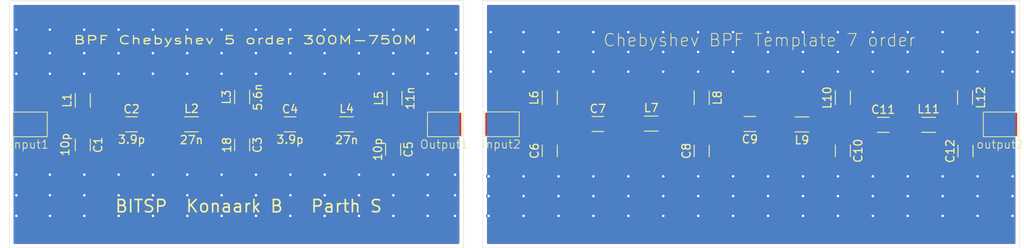
<source format=kicad_pcb>
(kicad_pcb (version 20240108) (generator "pcbnew") (generator_version "8.0")
  (layers (0 "F.Cu" signal) (31 "B.Cu" signal) (34 "B.Paste" user) (35 "F.Paste" user) (36 "B.SilkS" user "B.Silkscreen") (37 "F.SilkS" user "F.Silkscreen") (38 "B.Mask" user) (39 "F.Mask" user) (44 "Edge.Cuts" user))
  (net 0 "")
  (net 1 "Net-(C1-Pad1)")
  (net 2 "GND")
  (net 3 "Net-(C2-Pad2)")
  (net 4 "Net-(C3-Pad1)")
  (net 5 "Net-(C4-Pad2)")
  (net 6 "Net-(C5-Pad1)")
  (net 7 "Net-(C6-Pad2)")
  (net 8 "Net-(C7-Pad2)")
  (net 9 "Net-(C8-Pad2)")
  (net 10 "Net-(C9-Pad1)")
  (net 11 "Net-(C10-Pad1)")
  (net 12 "Net-(C11-Pad2)")
  (net 13 "Net-(C12-Pad2)")
  (footprint "Capacitor_SMD:C_1206_3216Metric_Pad1.33x1.80mm_HandSolder" (layer "F.Cu") (at 69.088 77.9395 -90)
    (property "Reference" "C1" (at 0 -1.85 -90) (layer "F.SilkS"))
    (property "Value" "10p" (at -0.0395 2.138 -90) (layer "F.SilkS"))
    (fp_line (start -0.711252 0.91) (end 0.711252 0.91) (stroke (width 0.12)) (layer "F.SilkS"))
    (fp_line (start -0.711252 -0.91) (end 0.711252 -0.91) (stroke (width 0.12)) (layer "F.SilkS"))
    (pad "1" smd roundrect (at -1.5625 0 270) (size 1.325 1.8) (layers "F.Cu" "F.Paste" "F.Mask") (roundrect_rratio 0.188679) (net 1 "Net-(C1-Pad1)"))
    (pad "2" smd roundrect (at 1.5625 0 270) (size 1.325 1.8) (layers "F.Cu" "F.Paste" "F.Mask") (roundrect_rratio 0.188679) (net 2 "GND"))
  )
  (footprint "Capacitor_SMD:C_1206_3216Metric_Pad1.33x1.80mm_HandSolder" (layer "F.Cu") (at 176 78.6875 90)
    (property "Reference" "C12" (at 0 -1.85 -90) (layer "F.SilkS"))
    (property "Value" "C")
    (fp_line (start -0.711252 -0.91) (end 0.711252 -0.91) (stroke (width 0.12)) (layer "F.SilkS"))
    (fp_line (start -0.711252 0.91) (end 0.711252 0.91) (stroke (width 0.12)) (layer "F.SilkS"))
    (pad "1" smd roundrect (at -1.5625 0 90) (size 1.325 1.8) (layers "F.Cu" "F.Paste" "F.Mask") (roundrect_rratio 0.188679) (net 2 "GND"))
    (pad "2" smd roundrect (at 1.5625 0 90) (size 1.325 1.8) (layers "F.Cu" "F.Paste" "F.Mask") (roundrect_rratio 0.188679) (net 13 "Net-(C12-Pad2)"))
  )
  (footprint "Library:flatpadsma" (layer "F.Cu") (at 180.19 78.38)
    (property "Reference" "output2" (at 0 -0.5 0) (layer "F.SilkS") (effects (font (thickness 0.1))))
    (property "Value" "TestPoint" (hide yes))
    (fp_rect (start -2.032 -4.43) (end 2.168 -1.43) (stroke (width 0.1)) (fill none) (layer "F.SilkS"))
    (pad "1" smd rect (at 0.06 -2.93) (size 4 2.8) (layers "F.Cu" "F.Paste" "F.Mask") (net 13 "Net-(C12-Pad2)"))
  )
  (footprint "Library:flatpadsma" (layer "F.Cu") (at 119.782 78.365)
    (property "Reference" "Input2" (at 0 -0.5 0) (layer "F.SilkS") (effects (font (thickness 0.1))))
    (property "Value" "TestPoint" (hide yes))
    (fp_rect (start -2.032 -4.43) (end 2.168 -1.43) (stroke (width 0.1)) (fill none) (layer "F.SilkS"))
    (pad "1" smd rect (at 0.06 -2.93) (size 4 2.8) (layers "F.Cu" "F.Paste" "F.Mask") (net 7 "Net-(C6-Pad2)"))
  )
  (footprint "Inductor_SMD:L_1206_3216Metric_Pad1.22x1.90mm_HandSolder" (layer "F.Cu") (at 161.15 72.2 90)
    (property "Reference" "L10" (at 0 -1.9 -90) (layer "F.SilkS"))
    (property "Value" "L")
    (fp_line (start -0.835242 -0.91) (end 0.835242 -0.91) (stroke (width 0.12)) (layer "F.SilkS"))
    (fp_line (start -0.835242 0.91) (end 0.835242 0.91) (stroke (width 0.12)) (layer "F.SilkS"))
    (pad "1" smd roundrect (at -1.6625 0 90) (size 1.225 1.9) (layers "F.Cu" "F.Paste" "F.Mask") (roundrect_rratio 0.204082) (net 11 "Net-(C10-Pad1)"))
    (pad "2" smd roundrect (at 1.6625 0 90) (size 1.225 1.9) (layers "F.Cu" "F.Paste" "F.Mask") (roundrect_rratio 0.204082) (net 2 "GND"))
  )
  (footprint "Inductor_SMD:L_1206_3216Metric_Pad1.22x1.90mm_HandSolder" (layer "F.Cu") (at 106.841 72.2745 90)
    (property "Reference" "L5" (at 0 -1.9 90) (layer "F.SilkS"))
    (property "Value" "11n" (at 0 1.9 90) (layer "F.SilkS"))
    (fp_line (start -0.835242 -0.91) (end 0.835242 -0.91) (stroke (width 0.12)) (layer "F.SilkS"))
    (fp_line (start -0.835242 0.91) (end 0.835242 0.91) (stroke (width 0.12)) (layer "F.SilkS"))
    (pad "1" smd roundrect (at -1.6625 0 90) (size 1.225 1.9) (layers "F.Cu" "F.Paste" "F.Mask") (roundrect_rratio 0.204082) (net 6 "Net-(C5-Pad1)"))
    (pad "2" smd roundrect (at 1.6625 0 90) (size 1.225 1.9) (layers "F.Cu" "F.Paste" "F.Mask") (roundrect_rratio 0.204082) (net 2 "GND"))
  )
  (footprint "Inductor_SMD:L_1206_3216Metric_Pad1.22x1.90mm_HandSolder" (layer "F.Cu") (at 137.9375 75.35)
    (property "Reference" "L7" (at 0 -1.9 0) (layer "F.SilkS"))
    (property "Value" "L")
    (fp_line (start -0.835242 -0.91) (end 0.835242 -0.91) (stroke (width 0.12)) (layer "F.SilkS"))
    (fp_line (start -0.835242 0.91) (end 0.835242 0.91) (stroke (width 0.12)) (layer "F.SilkS"))
    (pad "1" smd roundrect (at -1.6625 0) (size 1.225 1.9) (layers "F.Cu" "F.Paste" "F.Mask") (roundrect_rratio 0.204082) (net 8 "Net-(C7-Pad2)"))
    (pad "2" smd roundrect (at 1.6625 0) (size 1.225 1.9) (layers "F.Cu" "F.Paste" "F.Mask") (roundrect_rratio 0.204082) (net 9 "Net-(C8-Pad2)"))
  )
  (footprint "Capacitor_SMD:C_1206_3216Metric_Pad1.33x1.80mm_HandSolder" (layer "F.Cu") (at 166.0375 75.5)
    (property "Reference" "C11" (at 0 -1.85 0) (layer "F.SilkS"))
    (property "Value" "C")
    (fp_line (start -0.711252 -0.91) (end 0.711252 -0.91) (stroke (width 0.12)) (layer "F.SilkS"))
    (fp_line (start -0.711252 0.91) (end 0.711252 0.91) (stroke (width 0.12)) (layer "F.SilkS"))
    (pad "1" smd roundrect (at -1.5625 0) (size 1.325 1.8) (layers "F.Cu" "F.Paste" "F.Mask") (roundrect_rratio 0.188679) (net 11 "Net-(C10-Pad1)"))
    (pad "2" smd roundrect (at 1.5625 0) (size 1.325 1.8) (layers "F.Cu" "F.Paste" "F.Mask") (roundrect_rratio 0.188679) (net 12 "Net-(C11-Pad2)"))
  )
  (footprint "Capacitor_SMD:C_1206_3216Metric_Pad1.33x1.80mm_HandSolder" (layer "F.Cu") (at 74.996 75.438)
    (property "Reference" "C2" (at 0 -1.85 0) (layer "F.SilkS"))
    (property "Value" "3.9p" (at 0 1.85 0) (layer "F.SilkS"))
    (fp_line (start -0.711252 -0.91) (end 0.711252 -0.91) (stroke (width 0.12)) (layer "F.SilkS"))
    (fp_line (start -0.711252 0.91) (end 0.711252 0.91) (stroke (width 0.12)) (layer "F.SilkS"))
    (pad "1" smd roundrect (at -1.5625 0) (size 1.325 1.8) (layers "F.Cu" "F.Paste" "F.Mask") (roundrect_rratio 0.188679) (net 1 "Net-(C1-Pad1)"))
    (pad "2" smd roundrect (at 1.5625 0) (size 1.325 1.8) (layers "F.Cu" "F.Paste" "F.Mask") (roundrect_rratio 0.188679) (net 3 "Net-(C2-Pad2)"))
  )
  (footprint "Library:flatpadsma" (layer "F.Cu") (at 62.615 78.38)
    (property "Reference" "Input1" (at 0 -0.5 0) (layer "F.SilkS") (effects (font (thickness 0.1))))
    (property "Value" "TestPoint")
    (fp_rect (start -2.032 -4.43) (end 2.168 -1.43) (stroke (width 0.1)) (fill none) (layer "F.SilkS"))
    (pad "1" smd rect (at 0.06 -2.93) (size 4 2.8) (layers "F.Cu" "F.Paste" "F.Mask") (net 1 "Net-(C1-Pad1)"))
  )
  (footprint "Capacitor_SMD:C_1206_3216Metric_Pad1.33x1.80mm_HandSolder" (layer "F.Cu") (at 94.1875 75.438)
    (property "Reference" "C4" (at 0 -1.85 0) (layer "F.SilkS"))
    (property "Value" "3.9p" (at 0 1.85 0) (layer "F.SilkS"))
    (fp_line (start -0.711252 -0.91) (end 0.711252 -0.91) (stroke (width 0.12)) (layer "F.SilkS"))
    (fp_line (start -0.711252 0.91) (end 0.711252 0.91) (stroke (width 0.12)) (layer "F.SilkS"))
    (pad "1" smd roundrect (at -1.5625 0) (size 1.325 1.8) (layers "F.Cu" "F.Paste" "F.Mask") (roundrect_rratio 0.188679) (net 4 "Net-(C3-Pad1)"))
    (pad "2" smd roundrect (at 1.5625 0) (size 1.325 1.8) (layers "F.Cu" "F.Paste" "F.Mask") (roundrect_rratio 0.188679) (net 5 "Net-(C4-Pad2)"))
  )
  (footprint "Capacitor_SMD:C_1206_3216Metric_Pad1.33x1.80mm_HandSolder" (layer "F.Cu") (at 144.05 78.6625 90)
    (property "Reference" "C8" (at 0 -1.85 -90) (layer "F.SilkS"))
    (property "Value" "C")
    (fp_line (start -0.711252 -0.91) (end 0.711252 -0.91) (stroke (width 0.12)) (layer "F.SilkS"))
    (fp_line (start -0.711252 0.91) (end 0.711252 0.91) (stroke (width 0.12)) (layer "F.SilkS"))
    (pad "1" smd roundrect (at -1.5625 0 90) (size 1.325 1.8) (layers "F.Cu" "F.Paste" "F.Mask") (roundrect_rratio 0.188679) (net 2 "GND"))
    (pad "2" smd roundrect (at 1.5625 0 90) (size 1.325 1.8) (layers "F.Cu" "F.Paste" "F.Mask") (roundrect_rratio 0.188679) (net 9 "Net-(C8-Pad2)"))
  )
  (footprint "Capacitor_SMD:C_1206_3216Metric_Pad1.33x1.80mm_HandSolder" (layer "F.Cu") (at 131.475 75.4)
    (property "Reference" "C7" (at 0 -1.85 0) (layer "F.SilkS"))
    (property "Value" "C")
    (fp_line (start -0.711252 -0.91) (end 0.711252 -0.91) (stroke (width 0.12)) (layer "F.SilkS"))
    (fp_line (start -0.711252 0.91) (end 0.711252 0.91) (stroke (width 0.12)) (layer "F.SilkS"))
    (pad "1" smd roundrect (at -1.5625 0) (size 1.325 1.8) (layers "F.Cu" "F.Paste" "F.Mask") (roundrect_rratio 0.188679) (net 7 "Net-(C6-Pad2)"))
    (pad "2" smd roundrect (at 1.5625 0) (size 1.325 1.8) (layers "F.Cu" "F.Paste" "F.Mask") (roundrect_rratio 0.188679) (net 8 "Net-(C7-Pad2)"))
  )
  (footprint "Inductor_SMD:L_1206_3216Metric_Pad1.22x1.90mm_HandSolder" (layer "F.Cu") (at 175.95 72.1875 -90)
    (property "Reference" "L12" (at 0 -1.9 90) (layer "F.SilkS"))
    (property "Value" "L")
    (fp_line (start -0.835242 0.91) (end 0.835242 0.91) (stroke (width 0.12)) (layer "F.SilkS"))
    (fp_line (start -0.835242 -0.91) (end 0.835242 -0.91) (stroke (width 0.12)) (layer "F.SilkS"))
    (pad "1" smd roundrect (at -1.6625 0 270) (size 1.225 1.9) (layers "F.Cu" "F.Paste" "F.Mask") (roundrect_rratio 0.204082) (net 2 "GND"))
    (pad "2" smd roundrect (at 1.6625 0 270) (size 1.225 1.9) (layers "F.Cu" "F.Paste" "F.Mask") (roundrect_rratio 0.204082) (net 13 "Net-(C12-Pad2)"))
  )
  (footprint "Inductor_SMD:L_1206_3216Metric_Pad1.22x1.90mm_HandSolder" (layer "F.Cu") (at 69.088 72.5285 90)
    (property "Reference" "L1" (at 0 -1.9 90) (layer "F.SilkS"))
    (property "Value" "11n")
    (fp_line (start -0.835242 -0.91) (end 0.835242 -0.91) (stroke (width 0.12)) (layer "F.SilkS"))
    (fp_line (start -0.835242 0.91) (end 0.835242 0.91) (stroke (width 0.12)) (layer "F.SilkS"))
    (pad "1" smd roundrect (at -1.6625 0 90) (size 1.225 1.9) (layers "F.Cu" "F.Paste" "F.Mask") (roundrect_rratio 0.204082) (net 1 "Net-(C1-Pad1)"))
    (pad "2" smd roundrect (at 1.6625 0 90) (size 1.225 1.9) (layers "F.Cu" "F.Paste" "F.Mask") (roundrect_rratio 0.204082) (net 2 "GND"))
  )
  (footprint "Inductor_SMD:L_1206_3216Metric_Pad1.22x1.90mm_HandSolder" (layer "F.Cu") (at 144.05 72.2125 -90)
    (property "Reference" "L8" (at 0 -1.9 90) (layer "F.SilkS"))
    (property "Value" "L")
    (fp_line (start -0.835242 0.91) (end 0.835242 0.91) (stroke (width 0.12)) (layer "F.SilkS"))
    (fp_line (start -0.835242 -0.91) (end 0.835242 -0.91) (stroke (width 0.12)) (layer "F.SilkS"))
    (pad "1" smd roundrect (at -1.6625 0 270) (size 1.225 1.9) (layers "F.Cu" "F.Paste" "F.Mask") (roundrect_rratio 0.204082) (net 2 "GND"))
    (pad "2" smd roundrect (at 1.6625 0 270) (size 1.225 1.9) (layers "F.Cu" "F.Paste" "F.Mask") (roundrect_rratio 0.204082) (net 9 "Net-(C8-Pad2)"))
  )
  (footprint "Inductor_SMD:L_1206_3216Metric_Pad1.22x1.90mm_HandSolder" (layer "F.Cu") (at 156.1875 75.45 180)
    (property "Reference" "L9" (at 0 -1.9 180) (layer "F.SilkS"))
    (property "Value" "L")
    (fp_line (start -0.835242 0.91) (end 0.835242 0.91) (stroke (width 0.12)) (layer "F.SilkS"))
    (fp_line (start -0.835242 -0.91) (end 0.835242 -0.91) (stroke (width 0.12)) (layer "F.SilkS"))
    (pad "1" smd roundrect (at -1.6625 0 180) (size 1.225 1.9) (layers "F.Cu" "F.Paste" "F.Mask") (roundrect_rratio 0.204082) (net 11 "Net-(C10-Pad1)"))
    (pad "2" smd roundrect (at 1.6625 0 180) (size 1.225 1.9) (layers "F.Cu" "F.Paste" "F.Mask") (roundrect_rratio 0.204082) (net 10 "Net-(C9-Pad1)"))
  )
  (footprint "Capacitor_SMD:C_1206_3216Metric_Pad1.33x1.80mm_HandSolder" (layer "F.Cu") (at 88.392 77.9395 -90)
    (property "Reference" "C3" (at 0 -1.85 -90) (layer "F.SilkS"))
    (property "Value" "18" (at 0 1.85 -90) (layer "F.SilkS"))
    (fp_line (start -0.711252 0.91) (end 0.711252 0.91) (stroke (width 0.12)) (layer "F.SilkS"))
    (fp_line (start -0.711252 -0.91) (end 0.711252 -0.91) (stroke (width 0.12)) (layer "F.SilkS"))
    (pad "1" smd roundrect (at -1.5625 0 270) (size 1.325 1.8) (layers "F.Cu" "F.Paste" "F.Mask") (roundrect_rratio 0.188679) (net 4 "Net-(C3-Pad1)"))
    (pad "2" smd roundrect (at 1.5625 0 270) (size 1.325 1.8) (layers "F.Cu" "F.Paste" "F.Mask") (roundrect_rratio 0.188679) (net 2 "GND"))
  )
  (footprint "Inductor_SMD:L_1206_3216Metric_Pad1.22x1.90mm_HandSolder" (layer "F.Cu") (at 101.0455 75.438)
    (property "Reference" "L4" (at 0 -1.9 0) (layer "F.SilkS"))
    (property "Value" "27n" (at 0 1.9 0) (layer "F.SilkS"))
    (fp_line (start -0.835242 -0.91) (end 0.835242 -0.91) (stroke (width 0.12)) (layer "F.SilkS"))
    (fp_line (start -0.835242 0.91) (end 0.835242 0.91) (stroke (width 0.12)) (layer "F.SilkS"))
    (pad "1" smd roundrect (at -1.6625 0) (size 1.225 1.9) (layers "F.Cu" "F.Paste" "F.Mask") (roundrect_rratio 0.204082) (net 5 "Net-(C4-Pad2)"))
    (pad "2" smd roundrect (at 1.6625 0) (size 1.225 1.9) (layers "F.Cu" "F.Paste" "F.Mask") (roundrect_rratio 0.204082) (net 6 "Net-(C5-Pad1)"))
  )
  (footprint "Capacitor_SMD:C_1206_3216Metric_Pad1.33x1.80mm_HandSolder" (layer "F.Cu") (at 161.15 78.65 -90)
    (property "Reference" "C10" (at 0 -1.85 90) (layer "F.SilkS"))
    (property "Value" "C")
    (fp_line (start -0.711252 0.91) (end 0.711252 0.91) (stroke (width 0.12)) (layer "F.SilkS"))
    (fp_line (start -0.711252 -0.91) (end 0.711252 -0.91) (stroke (width 0.12)) (layer "F.SilkS"))
    (pad "1" smd roundrect (at -1.5625 0 270) (size 1.325 1.8) (layers "F.Cu" "F.Paste" "F.Mask") (roundrect_rratio 0.188679) (net 11 "Net-(C10-Pad1)"))
    (pad "2" smd roundrect (at 1.5625 0 270) (size 1.325 1.8) (layers "F.Cu" "F.Paste" "F.Mask") (roundrect_rratio 0.188679) (net 2 "GND"))
  )
  (footprint "Capacitor_SMD:C_1206_3216Metric_Pad1.33x1.80mm_HandSolder" (layer "F.Cu") (at 149.8875 75.4 180)
    (property "Reference" "C9" (at 0 -1.85 180) (layer "F.SilkS"))
    (property "Value" "C")
    (fp_line (start -0.711252 0.91) (end 0.711252 0.91) (stroke (width 0.12)) (layer "F.SilkS"))
    (fp_line (start -0.711252 -0.91) (end 0.711252 -0.91) (stroke (width 0.12)) (layer "F.SilkS"))
    (pad "1" smd roundrect (at -1.5625 0 180) (size 1.325 1.8) (layers "F.Cu" "F.Paste" "F.Mask") (roundrect_rratio 0.188679) (net 10 "Net-(C9-Pad1)"))
    (pad "2" smd roundrect (at 1.5625 0 180) (size 1.325 1.8) (layers "F.Cu" "F.Paste" "F.Mask") (roundrect_rratio 0.188679) (net 9 "Net-(C8-Pad2)"))
  )
  (footprint "Inductor_SMD:L_1206_3216Metric_Pad1.22x1.90mm_HandSolder" (layer "F.Cu") (at 82.2495 75.438)
    (property "Reference" "L2" (at 0 -1.9 0) (layer "F.SilkS"))
    (property "Value" "27n" (at 0 1.9 0) (layer "F.SilkS"))
    (fp_line (start -0.835242 -0.91) (end 0.835242 -0.91) (stroke (width 0.12)) (layer "F.SilkS"))
    (fp_line (start -0.835242 0.91) (end 0.835242 0.91) (stroke (width 0.12)) (layer "F.SilkS"))
    (pad "1" smd roundrect (at -1.6625 0) (size 1.225 1.9) (layers "F.Cu" "F.Paste" "F.Mask") (roundrect_rratio 0.204082) (net 3 "Net-(C2-Pad2)"))
    (pad "2" smd roundrect (at 1.6625 0) (size 1.225 1.9) (layers "F.Cu" "F.Paste" "F.Mask") (roundrect_rratio 0.204082) (net 4 "Net-(C3-Pad1)"))
  )
  (footprint "Inductor_SMD:L_1206_3216Metric_Pad1.22x1.90mm_HandSolder" (layer "F.Cu") (at 88.392 72.136 90)
    (property "Reference" "L3" (at 0 -1.9 90) (layer "F.SilkS"))
    (property "Value" "5.6n" (at 0 1.9 90) (layer "F.SilkS"))
    (fp_line (start -0.835242 -0.91) (end 0.835242 -0.91) (stroke (width 0.12)) (layer "F.SilkS"))
    (fp_line (start -0.835242 0.91) (end 0.835242 0.91) (stroke (width 0.12)) (layer "F.SilkS"))
    (pad "1" smd roundrect (at -1.6625 0 90) (size 1.225 1.9) (layers "F.Cu" "F.Paste" "F.Mask") (roundrect_rratio 0.204082) (net 4 "Net-(C3-Pad1)"))
    (pad "2" smd roundrect (at 1.6625 0 90) (size 1.225 1.9) (layers "F.Cu" "F.Paste" "F.Mask") (roundrect_rratio 0.204082) (net 2 "GND"))
  )
  (footprint "Capacitor_SMD:C_1206_3216Metric_Pad1.33x1.80mm_HandSolder" (layer "F.Cu") (at 125.65 78.65 90)
    (property "Reference" "C6" (at 0 -1.85 -90) (layer "F.SilkS"))
    (property "Value" "C")
    (fp_line (start -0.711252 -0.91) (end 0.711252 -0.91) (stroke (width 0.12)) (layer "F.SilkS"))
    (fp_line (start -0.711252 0.91) (end 0.711252 0.91) (stroke (width 0.12)) (layer "F.SilkS"))
    (pad "1" smd roundrect (at -1.5625 0 90) (size 1.325 1.8) (layers "F.Cu" "F.Paste" "F.Mask") (roundrect_rratio 0.188679) (net 2 "GND"))
    (pad "2" smd roundrect (at 1.5625 0 90) (size 1.325 1.8) (layers "F.Cu" "F.Paste" "F.Mask") (roundrect_rratio 0.188679) (net 7 "Net-(C6-Pad2)"))
  )
  (footprint "Inductor_SMD:L_1206_3216Metric_Pad1.22x1.90mm_HandSolder" (layer "F.Cu") (at 125.65 72.2125 90)
    (property "Reference" "L6" (at 0 -1.9 -90) (layer "F.SilkS"))
    (property "Value" "L")
    (fp_line (start -0.835242 -0.91) (end 0.835242 -0.91) (stroke (width 0.12)) (layer "F.SilkS"))
    (fp_line (start -0.835242 0.91) (end 0.835242 0.91) (stroke (width 0.12)) (layer "F.SilkS"))
    (pad "1" smd roundrect (at -1.6625 0 90) (size 1.225 1.9) (layers "F.Cu" "F.Paste" "F.Mask") (roundrect_rratio 0.204082) (net 7 "Net-(C6-Pad2)"))
    (pad "2" smd roundrect (at 1.6625 0 90) (size 1.225 1.9) (layers "F.Cu" "F.Paste" "F.Mask") (roundrect_rratio 0.204082) (net 2 "GND"))
  )
  (footprint "Capacitor_SMD:C_1206_3216Metric_Pad1.33x1.80mm_HandSolder" (layer "F.Cu") (at 106.68 78.486 -90)
    (property "Reference" "C5" (at 0 -1.85 -90) (layer "F.SilkS"))
    (property "Value" "10p" (at 0 1.85 -90) (layer "F.SilkS"))
    (fp_line (start -0.711252 0.91) (end 0.711252 0.91) (stroke (width 0.12)) (layer "F.SilkS"))
    (fp_line (start -0.711252 -0.91) (end 0.711252 -0.91) (stroke (width 0.12)) (layer "F.SilkS"))
    (pad "1" smd roundrect (at -1.5625 0 270) (size 1.325 1.8) (layers "F.Cu" "F.Paste" "F.Mask") (roundrect_rratio 0.188679) (net 6 "Net-(C5-Pad1)"))
    (pad "2" smd roundrect (at 1.5625 0 270) (size 1.325 1.8) (layers "F.Cu" "F.Paste" "F.Mask") (roundrect_rratio 0.188679) (net 2 "GND"))
  )
  (footprint "Inductor_SMD:L_1206_3216Metric_Pad1.22x1.90mm_HandSolder" (layer "F.Cu") (at 171.5375 75.5)
    (property "Reference" "L11" (at 0 -1.9 0) (layer "F.SilkS"))
    (property "Value" "L")
    (fp_line (start -0.835242 -0.91) (end 0.835242 -0.91) (stroke (width 0.12)) (layer "F.SilkS"))
    (fp_line (start -0.835242 0.91) (end 0.835242 0.91) (stroke (width 0.12)) (layer "F.SilkS"))
    (pad "1" smd roundrect (at -1.6625 0) (size 1.225 1.9) (layers "F.Cu" "F.Paste" "F.Mask") (roundrect_rratio 0.204082) (net 12 "Net-(C11-Pad2)"))
    (pad "2" smd roundrect (at 1.6625 0) (size 1.225 1.9) (layers "F.Cu" "F.Paste" "F.Mask") (roundrect_rratio 0.204082) (net 13 "Net-(C12-Pad2)"))
  )
  (footprint "Library:flatpadsma" (layer "F.Cu") (at 112.865 78.38)
    (property "Reference" "Output1" (at 0 -0.5 0) (layer "F.SilkS") (effects (font (thickness 0.1))))
    (property "Value" "TestPoint")
    (fp_rect (start -2.032 -4.43) (end 2.168 -1.43) (stroke (width 0.1)) (fill none) (layer "F.SilkS"))
    (pad "1" smd rect (at 0.06 -2.93) (size 4 2.8) (layers "F.Cu" "F.Paste" "F.Mask") (net 6 "Net-(C5-Pad1)"))
  )
  (gr_rect (start 60.198 60.452) (end 115.198 90.452) (stroke (width 0.05)) (fill none) (layer "Edge.Cuts"))
  (gr_rect (start 117.55 60.45) (end 182.55 90.45) (stroke (width 0.05)) (fill none) (layer "Edge.Cuts"))
  (gr_text "BITSP  Konaark B   Parth S" (at 72.9 86.25 0) (layer "F.SilkS") (effects (font (size 1.5 1.5) (thickness 0.2)) (justify left bottom)))
  (gr_text "BPF Chebyshev 5 order 300M-750M\n" (at 67.85 65.8 0) (layer "F.SilkS") (effects (font (size 1 1.5)) (justify left bottom)))
  (gr_text "Chebyshev BPF Template 7 order" (at 132.05 66.1 0) (layer "F.SilkS") (effects (font (size 1.5 1.5) (thickness 0.1)) (justify left bottom)))
  (segment (start 62.418 75.438) (end 73.152 75.438) (width 2.8) (layer "F.Cu") (net 1))
  (via (at 85.9 69.3) (size 0.6) (drill 0.3) (layers "F.Cu" "B.Cu") (net 2))
  (via (at 177.47 84.15) (size 0.6) (drill 0.3) (layers "F.Cu" "B.Cu") (net 2))
  (via (at 98.38 63.95) (size 0.6) (drill 0.3) (layers "F.Cu" "B.Cu") (net 2))
  (via (at 152.08 66.65) (size 0.6) (drill 0.3) (layers "F.Cu" "B.Cu") (net 2))
  (via (at 90.07 86.55) (size 0.6) (drill 0.3) (layers "F.Cu" "B.Cu") (net 2))
  (via (at 177.46 69.05) (size 0.6) (drill 0.3) (layers "F.Cu" "B.Cu") (net 2))
  (via (at 94.22 66.8) (size 0.6) (drill 0.3) (layers "F.Cu" "B.Cu") (net 2))
  (via (at 126.7 69.05) (size 0.6) (drill 0.3) (layers "F.Cu" "B.Cu") (net 2))
  (via (at 85.91 81.55) (size 0.6) (drill 0.3) (layers "F.Cu" "B.Cu") (net 2))
  (via (at 177.46 64.25) (size 0.6) (drill 0.3) (layers "F.Cu" "B.Cu") (net 2))
  (via (at 177.47 81.75) (size 0.6) (drill 0.3) (layers "F.Cu" "B.Cu") (net 2))
  (via (at 90.06 69.3) (size 0.6) (drill 0.3) (layers "F.Cu" "B.Cu") (net 2))
  (via (at 77.59 86.55) (size 0.6) (drill 0.3) (layers "F.Cu" "B.Cu") (net 2))
  (via (at 152.09 81.75) (size 0.6) (drill 0.3) (layers "F.Cu" "B.Cu") (net 2))
  (via (at 81.74 63.95) (size 0.6) (drill 0.3) (layers "F.Cu" "B.Cu") (net 2))
  (via (at 102.54 63.95) (size 0.6) (drill 0.3) (layers "F.Cu" "B.Cu") (net 2))
  (via (at 65.11 81.55) (size 0.6) (drill 0.3) (layers "F.Cu" "B.Cu") (net 2))
  (via (at 61.05 81.55) (size 0.6) (drill 0.3) (layers "F.Cu" "B.Cu") (net 2))
  (via (at 126.71 81.75) (size 0.6) (drill 0.3) (layers "F.Cu" "B.Cu") (net 2))
  (via (at 181.69 69.05) (size 0.6) (drill 0.3) (layers "F.Cu" "B.Cu") (net 2))
  (via (at 147.85 69.05) (size 0.6) (drill 0.3) (layers "F.Cu" "B.Cu") (net 2))
  (via (at 102.55 81.55) (size 0.6) (drill 0.3) (layers "F.Cu" "B.Cu") (net 2))
  (via (at 169.01 84.15) (size 0.6) (drill 0.3) (layers "F.Cu" "B.Cu") (net 2))
  (via (at 65.11 84.05) (size 0.6) (drill 0.3) (layers "F.Cu" "B.Cu") (net 2))
  (via (at 169.01 81.75) (size 0.6) (drill 0.3) (layers "F.Cu" "B.Cu") (net 2))
  (via (at 135.17 81.75) (size 0.6) (drill 0.3) (layers "F.Cu" "B.Cu") (net 2))
  (via (at 156.32 81.75) (size 0.6) (drill 0.3) (layers "F.Cu" "B.Cu") (net 2))
  (via (at 114.18 81.55) (size 0.6) (drill 0.3) (layers "F.Cu" "B.Cu") (net 2))
  (via (at 181.7 81.75) (size 0.6) (drill 0.3) (layers "F.Cu" "B.Cu") (net 2))
  (via (at 102.55 84.05) (size 0.6) (drill 0.3) (layers "F.Cu" "B.Cu") (net 2))
  (via (at 143.63 81.75) (size 0.6) (drill 0.3) (layers "F.Cu" "B.Cu") (net 2))
  (via (at 143.62 69.05) (size 0.6) (drill 0.3) (layers "F.Cu" "B.Cu") (net 2))
  (via (at 73.42 63.95) (size 0.6) (drill 0.3) (layers "F.Cu" "B.Cu") (net 2))
  (via (at 164.78 81.75) (size 0.6) (drill 0.3) (layers "F.Cu" "B.Cu") (net 2))
  (via (at 126.71 86.55) (size 0.6) (drill 0.3) (layers "F.Cu" "B.Cu") (net 2))
  (via (at 73.42 66.8) (size 0.6) (drill 0.3) (layers "F.Cu" "B.Cu") (net 2))
  (via (at 85.9 66.8) (size 0.6) (drill 0.3) (layers "F.Cu" "B.Cu") (net 2))
  (via (at 130.94 81.75) (size 0.6) (drill 0.3) (layers "F.Cu" "B.Cu") (net 2))
  (via (at 122.48 81.75) (size 0.6) (drill 0.3) (layers "F.Cu" "B.Cu") (net 2))
  (via (at 85.91 84.05) (size 0.6) (drill 0.3) (layers "F.Cu" "B.Cu") (net 2))
  (via (at 181.69 66.65) (size 0.6) (drill 0.3) (layers "F.Cu" "B.Cu") (net 2))
  (via (at 69.26 66.8) (size 0.6) (drill 0.3) (layers "F.Cu" "B.Cu") (net 2))
  (via (at 122.47 66.65) (size 0.6) (drill 0.3) (layers "F.Cu" "B.Cu") (net 2))
  (via (at 102.54 69.3) (size 0.6) (drill 0.3) (layers "F.Cu" "B.Cu") (net 2))
  (via (at 135.17 84.15) (size 0.6) (drill 0.3) (layers "F.Cu" "B.Cu") (net 2))
  (via (at 65.1 66.8) (size 0.6) (drill 0.3) (layers "F.Cu" "B.Cu") (net 2))
  (via (at 94.23 81.55) (size 0.6) (drill 0.3) (layers "F.Cu" "B.Cu") (net 2))
  (via (at 114.3 69.3) (size 0.6) (drill 0.3) (layers "F.Cu" "B.Cu") (net 2))
  (via (at 81.74 66.8) (size 0.6) (drill 0.3) (layers "F.Cu" "B.Cu") (net 2))
  (via (at 90.07 81.55) (size 0.6) (drill 0.3) (layers "F.Cu" "B.Cu") (net 2))
  (via (at 110.87 81.55) (size 0.6) (drill 0.3) (layers "F.Cu" "B.Cu") (net 2))
  (via (at 143.62 64.25) (size 0.6) (drill 0.3) (layers "F.Cu" "B.Cu") (net 2))
  (via (at 181.7 84.15) (size 0.6) (drill 0.3) (layers "F.Cu" "B.Cu") (net 2))
  (via (at 61.04 63.95) (size 0.6) (drill 0.3) (layers "F.Cu" "B.Cu") (net 2))
  (via (at 118.25 86.55) (size 0.6) (drill 0.3) (layers "F.Cu" "B.Cu") (net 2))
  (via (at 160.54 66.65) (size 0.6) (drill 0.3) (layers "F.Cu" "B.Cu") (net 2))
  (via (at 147.86 84.15) (size 0.6) (drill 0.3) (layers "F.Cu" "B.Cu") (net 2))
  (via (at 98.39 84.05) (size 0.6) (drill 0.3) (layers "F.Cu" "B.Cu") (net 2))
  (via (at 139.4 84.15) (size 0.6) (drill 0.3) (layers "F.Cu" "B.Cu") (net 2))
  (via (at 118.5 64.25) (size 0.6) (drill 0.3) (layers "F.Cu" "B.Cu") (net 2))
  (via (at 77.58 69.3) (size 0.6) (drill 0.3) (layers "F.Cu" "B.Cu") (net 2))
  (via (at 73.43 81.55) (size 0.6) (drill 0.3) (layers "F.Cu" "B.Cu") (net 2))
  (via (at 69.26 63.95) (size 0.6) (drill 0.3) (layers "F.Cu" "B.Cu") (net 2))
  (via (at 160.55 86.55) (size 0.6) (drill 0.3) (layers "F.Cu" "B.Cu") (net 2))
  (via (at 90.07 84.05) (size 0.6) (drill 0.3) (layers "F.Cu" "B.Cu") (net 2))
  (via (at 156.32 84.15) (size 0.6) (drill 0.3) (layers "F.Cu" "B.Cu") (net 2))
  (via (at 90.06 63.95) (size 0.6) (drill 0.3) (layers "F.Cu" "B.Cu") (net 2))
  (via (at 173.24 81.75) (size 0.6) (drill 0.3) (layers "F.Cu" "B.Cu") (net 2))
  (via (at 81.75 81.55) (size 0.6) (drill 0.3) (layers "F.Cu" "B.Cu") (net 2))
  (via (at 110.87 84.05) (size 0.6) (drill 0.3) (layers "F.Cu" "B.Cu") (net 2))
  (via (at 164.78 84.15) (size 0.6) (drill 0.3) (layers "F.Cu" "B.Cu") (net 2))
  (via (at 69.26 69.3) (size 0.6) (drill 0.3) (layers "F.Cu" "B.Cu") (net 2))
  (via (at 156.31 64.25) (size 0.6) (drill 0.3) (layers "F.Cu" "B.Cu") (net 2))
  (via (at 135.16 69.05) (size 0.6) (drill 0.3) (layers "F.Cu" "B.Cu") (net 2))
  (via (at 106.7 69.3) (size 0.6) (drill 0.3) (layers "F.Cu" "B.Cu") (net 2))
  (via (at 73.43 84.05) (size 0.6) (drill 0.3) (layers "F.Cu" "B.Cu") (net 2))
  (via (at 152.09 84.15) (size 0.6) (drill 0.3) (layers "F.Cu" "B.Cu") (net 2))
  (via (at 114.3 66.8) (size 0.6) (drill 0.3) (layers "F.Cu" "B.Cu") (net 2))
  (via (at 106.7 66.8) (size 0.6) (drill 0.3) (layers "F.Cu" "B.Cu") (net 2))
  (via (at 106.71 81.55) (size 0.6) (drill 0.3) (layers "F.Cu" "B.Cu") (net 2))
  (via (at 61.04 69.3) (size 0.6) (drill 0.3) (layers "F.Cu" "B.Cu") (net 2))
  (via (at 164.77 66.65) (size 0.6) (drill 0.3) (layers "F.Cu" "B.Cu") (net 2))
  (via (at 177.47 86.55) (size 0.6) (drill 0.3) (layers "F.Cu" "B.Cu") (net 2))
  (via (at 139.4 81.75) (size 0.6) (drill 0.3) (layers "F.Cu" "B.Cu") (net 2))
  (via (at 139.39 69.05) (size 0.6) (drill 0.3) (layers "F.Cu" "B.Cu") (net 2))
  (via (at 102.54 66.8) (size 0.6) (drill 0.3) (layers "F.Cu" "B.Cu") (net 2))
  (via (at 173.24 86.55) (size 0.6) (drill 0.3) (layers "F.Cu" "B.Cu") (net 2))
  (via (at 156.31 66.65) (size 0.6) (drill 0.3) (layers "F.Cu" "B.Cu") (net 2))
  (via (at 118.5 69.05) (size 0.6) (drill 0.3) (layers "F.Cu" "B.Cu") (net 2))
  (via (at 69.27 81.55) (size 0.6) (drill 0.3) (layers "F.Cu" "B.Cu") (net 2))
  (via (at 85.91 86.55) (size 0.6) (drill 0.3) (layers "F.Cu" "B.Cu") (net 2))
  (via (at 114.18 86.55) (size 0.6) (drill 0.3) (layers "F.Cu" "B.Cu") (net 2))
  (via (at 181.7 86.55) (size 0.6) (drill 0.3) (layers "F.Cu" "B.Cu") (net 2))
  (via (at 160.54 69.05) (size 0.6) (drill 0.3) (layers "F.Cu" "B.Cu") (net 2))
  (via (at 69.27 86.55) (size 0.6) (drill 0.3) (layers "F.Cu" "B.Cu") (net 2))
  (via (at 156.31 69.05) (size 0.6) (drill 0.3) (layers "F.Cu" "B.Cu") (net 2))
  (via (at 126.71 84.15) (size 0.6) (drill 0.3) (layers "F.Cu" "B.Cu") (net 2))
  (via (at 139.39 66.65) (size 0.6) (drill 0.3) (layers "F.Cu" "B.Cu") (net 2))
  (via (at 114.3 63.95) (size 0.6) (drill 0.3) (layers "F.Cu" "B.Cu") (net 2))
  (via (at 143.63 84.15) (size 0.6) (drill 0.3) (layers "F.Cu" "B.Cu") (net 2))
  (via (at 110.86 66.8) (size 0.6) (drill 0.3) (layers "F.Cu" "B.Cu") (net 2))
  (via (at 102.55 86.55) (size 0.6) (drill 0.3) (layers "F.Cu" "B.Cu") (net 2))
  (via (at 65.1 69.3) (size 0.6) (drill 0.3) (layers "F.Cu" "B.Cu") (net 2))
  (via (at 143.62 66.65) (size 0.6) (drill 0.3) (layers "F.Cu" "B.Cu") (net 2))
  (via (at 98.38 66.8) (size 0.6) (drill 0.3) (layers "F.Cu" "B.Cu") (net 2))
  (via (at 110.86 63.95) (size 0.6) (drill 0.3) (layers "F.Cu" "B.Cu") (net 2))
  (via (at 73.43 86.55) (size 0.6) (drill 0.3) (layers "F.Cu" "B.Cu") (net 2))
  (via (at 110.87 86.55) (size 0.6) (drill 0.3) (layers "F.Cu" "B.Cu") (net 2))
  (via (at 94.23 84.05) (size 0.6) (drill 0.3) (layers "F.Cu" "B.Cu") (net 2))
  (via (at 147.85 64.25) (size 0.6) (drill 0.3) (layers "F.Cu" "B.Cu") (net 2))
  (via (at 147.85 66.65) (size 0.6) (drill 0.3) (layers "F.Cu" "B.Cu") (net 2))
  (via (at 173.23 64.25) (size 0.6) (drill 0.3) (layers "F.Cu" "B.Cu") (net 2))
  (via (at 169 69.05) (size 0.6) (drill 0.3) (layers "F.Cu" "B.Cu") (net 2))
  (via (at 126.7 66.65) (size 0.6) (drill 0.3) (layers "F.Cu" "B.Cu") (net 2))
  (via (at 130.93 64.25) (size 0.6) (drill 0.3) (layers "F.Cu" "B.Cu") (net 2))
  (via (at 77.58 63.95) (size 0.6) (drill 0.3) (layers "F.Cu" "B.Cu") (net 2))
  (via (at 147.86 86.55) (size 0.6) (drill 0.3) (layers "F.Cu" "B.Cu") (net 2))
  (via (at 160.54 64.25) (size 0.6) (drill 0.3) (layers "F.Cu" "B.Cu") (net 2))
  (via (at 106.71 86.55) (size 0.6) (drill 0.3) (layers "F.Cu" "B.Cu") (net 2))
  (via (at 73.42 69.3) (size 0.6) (drill 0.3) (layers "F.Cu" "B.Cu") (net 2))
  (via (at 114.18 84.05) (size 0.6) (drill 0.3) (layers "F.Cu" "B.Cu") (net 2))
  (via (at 130.93 69.05) (size 0.6) (drill 0.3) (layers "F.Cu" "B.Cu") (net 2))
  (via (at 94.23 86.55) (size 0.6) (drill 0.3) (layers "F.Cu" "B.Cu") (net 2))
  (via (at 81.75 86.55) (size 0.6) (drill 0.3) (layers "F.Cu" "B.Cu") (net 2))
  (via (at 122.48 86.55) (size 0.6) (drill 0.3) (layers "F.Cu" "B.Cu") (net 2))
  (via (at 139.39 64.25) (size 0.6) (drill 0.3) (layers "F.Cu" "B.Cu") (net 2))
  (via (at 160.55 84.15) (size 0.6) (drill 0.3) (layers "F.Cu" "B.Cu") (net 2))
  (via (at 122.48 84.15) (size 0.6) (drill 0.3) (layers "F.Cu" "B.Cu") (net 2))
  (via (at 164.78 86.55) (size 0.6) (drill 0.3) (layers "F.Cu" "B.Cu") (net 2))
  (via (at 61.05 84.05) (size 0.6) (drill 0.3) (layers "F.Cu" "B.Cu") (net 2))
  (via (at 177.46 66.65) (size 0.6) (drill 0.3) (layers "F.Cu" "B.Cu") (net 2))
  (via (at 98.38 69.3) (size 0.6) (drill 0.3) (layers "F.Cu" "B.Cu") (net 2))
  (via (at 135.17 86.55) (size 0.6) (drill 0.3) (layers "F.Cu" "B.Cu") (net 2))
  (via (at 143.63 86.55) (size 0.6) (drill 0.3) (layers "F.Cu" "B.Cu") (net 2))
  (via (at 173.23 66.65) (size 0.6) (drill 0.3) (layers "F.Cu" "B.Cu") (net 2))
  (via (at 98.39 81.55) (size 0.6) (drill 0.3) (layers "F.Cu" "B.Cu") (net 2))
  (via (at 122.47 69.05) (size 0.6) (drill 0.3) (layers "F.Cu" "B.Cu") (net 2))
  (via (at 118.25 81.75) (size 0.6) (drill 0.3) (layers "F.Cu" "B.Cu") (net 2))
  (via (at 106.71 84.05) (size 0.6) (drill 0.3) (layers "F.Cu" "B.Cu") (net 2))
  (via (at 169 64.25) (size 0.6) (drill 0.3) (layers "F.Cu" "B.Cu") (net 2))
  (via (at 98.39 86.55) (size 0.6) (drill 0.3) (layers "F.Cu" "B.Cu") (net 2))
  (via (at 118.25 84.15) (size 0.6) (drill 0.3) (layers "F.Cu" "B.Cu") (net 2))
  (via (at 130.93 66.65) (size 0.6) (drill 0.3) (layers "F.Cu" "B.Cu") (net 2))
  (via (at 164.77 69.05) (size 0.6) (drill 0.3) (layers "F.Cu" "B.Cu") (net 2))
  (via (at 65.11 86.55) (size 0.6) (drill 0.3) (layers "F.Cu" "B.Cu") (net 2))
  (via (at 130.94 86.55) (size 0.6) (drill 0.3) (layers "F.Cu" "B.Cu") (net 2))
  (via (at 81.75 84.05) (size 0.6) (drill 0.3) (layers "F.Cu" "B.Cu") (net 2))
  (via (at 173.24 84.15) (size 0.6) (drill 0.3) (layers "F.Cu" "B.Cu") (net 2))
  (via (at 147.86 81.75) (size 0.6) (drill 0.3) (layers "F.Cu" "B.Cu") (net 2))
  (via (at 156.32 86.55) (size 0.6) (drill 0.3) (layers "F.Cu" "B.Cu") (net 2))
  (via (at 81.74 69.3) (size 0.6) (drill 0.3) (layers "F.Cu" "B.Cu") (net 2))
  (via (at 181.69 64.25) (size 0.6) (drill 0.3) (layers "F.Cu" "B.Cu") (net 2))
  (via (at 139.4 86.55) (size 0.6) (drill 0.3) (layers "F.Cu" "B.Cu") (net 2))
  (via (at 160.55 81.75) (size 0.6) (drill 0.3) (layers "F.Cu" "B.Cu") (net 2))
  (via (at 152.09 86.55) (size 0.6) (drill 0.3) (layers "F.Cu" "B.Cu") (net 2))
  (via (at 118.5 66.65) (size 0.6) (drill 0.3) (layers "F.Cu" "B.Cu") (net 2))
  (via (at 135.16 64.25) (size 0.6) (drill 0.3) (layers "F.Cu" "B.Cu") (net 2))
  (via (at 77.58 66.8) (size 0.6) (drill 0.3) (layers "F.Cu" "B.Cu") (net 2))
  (via (at 164.77 64.25) (size 0.6) (drill 0.3) (layers "F.Cu" "B.Cu") (net 2))
  (via (at 94.22 63.95) (size 0.6) (drill 0.3) (layers "F.Cu" "B.Cu") (net 2))
  (via (at 61.04 66.8) (size 0.6) (drill 0.3) (layers "F.Cu" "B.Cu") (net 2))
  (via (at 110.86 69.3) (size 0.6) (drill 0.3) (layers "F.Cu" "B.Cu") (net 2))
  (via (at 135.16 66.65) (size 0.6) (drill 0.3) (layers "F.Cu" "B.Cu") (net 2))
  (via (at 77.59 81.55) (size 0.6) (drill 0.3) (layers "F.Cu" "B.Cu") (net 2))
  (via (at 65.1 63.95) (size 0.6) (drill 0.3) (layers "F.Cu" "B.Cu") (net 2))
  (via (at 173.23 69.05) (size 0.6) (drill 0.3) (layers "F.Cu" "B.Cu") (net 2))
  (via (at 85.9 63.95) (size 0.6) (drill 0.3) (layers "F.Cu" "B.Cu") (net 2))
  (via (at 126.7 64.25) (size 0.6) (drill 0.3) (layers "F.Cu" "B.Cu") (net 2))
  (via (at 169.01 86.55) (size 0.6) (drill 0.3) (layers "F.Cu" "B.Cu") (net 2))
  (via (at 61.05 86.55) (size 0.6) (drill 0.3) (layers "F.Cu" "B.Cu") (net 2))
  (via (at 122.47 64.25) (size 0.6) (drill 0.3) (layers "F.Cu" "B.Cu") (net 2))
  (via (at 69.27 84.05) (size 0.6) (drill 0.3) (layers "F.Cu" "B.Cu") (net 2))
  (via (at 77.59 84.05) (size 0.6) (drill 0.3) (layers "F.Cu" "B.Cu") (net 2))
  (via (at 90.06 66.8) (size 0.6) (drill 0.3) (layers "F.Cu" "B.Cu") (net 2))
  (via (at 106.7 63.95) (size 0.6) (drill 0.3) (layers "F.Cu" "B.Cu") (net 2))
  (via (at 130.94 84.15) (size 0.6) (drill 0.3) (layers "F.Cu" "B.Cu") (net 2))
  (via (at 169 66.65) (size 0.6) (drill 0.3) (layers "F.Cu" "B.Cu") (net 2))
  (via (at 152.08 69.05) (size 0.6) (drill 0.3) (layers "F.Cu" "B.Cu") (net 2))
  (via (at 94.22 69.3) (size 0.6) (drill 0.3) (layers "F.Cu" "B.Cu") (net 2))
  (via (at 152.08 64.25) (size 0.6) (drill 0.3) (layers "F.Cu" "B.Cu") (net 2))
  (segment (start 77.45 75.45) (end 79.6 75.45) (width 2.8) (layer "F.Cu") (net 3))
  (segment (start 85.09 75.438) (end 91.44 75.438) (width 2.8) (layer "F.Cu") (net 4))
  (segment (start 96.774 75.438) (end 98.298 75.438) (width 2.8) (layer "F.Cu") (net 5))
  (segment (start 106.68 76.359) (end 106.841 76.52) (width 1) (layer "F.Cu") (net 6))
  (segment (start 104.14 75.438) (end 113 75.45) (width 2.8) (layer "F.Cu") (net 6))
  (segment (start 119.842 75.435) (end 125.65 75.435) (width 2.8) (layer "F.Cu") (net 7))
  (segment (start 126.5 75.435) (end 129.75 75.45) (width 2.8) (layer "F.Cu") (net 7))
  (segment (start 133.75 75.4) (end 135.5 75.4) (width 2.8) (layer "F.Cu") (net 8))
  (segment (start 140.35 75.35) (end 147.6 75.45) (width 2.8) (layer "F.Cu") (net 9))
  (segment (start 152.2 75.4) (end 153.75 75.4) (width 2.8) (layer "F.Cu") (net 10))
  (segment (start 158.6 75.45) (end 163.75 75.55) (width 2.8) (layer "F.Cu") (net 11))
  (segment (start 167.6 75.5) (end 169.875 75.5) (width 2.8) (layer "F.Cu") (net 12))
  (segment (start 174 75.5) (end 180.6 75.5) (width 2.8) (layer "F.Cu") (net 13))
  (segment (start 180.6 75.5) (end 180.65 75.45) (width 2.8) (layer "F.Cu") (net 13))
  (zone (net 2) (net_name "GND") (layer "F.Cu") (priority 2) (connect_pads yes (clearance 0.5)) (min_thickness 0.25) (fill yes (thermal_gap 0.5) (thermal_bridge_width 0.5))
    (polygon (pts (xy 123.8 81.15) (xy 124.75 80.2) (xy 124.75 80.15) (xy 126.55 80.15) (xy 127.45 81.05) (xy 127.45 81.15) (xy 142.25 81.15) (xy 143.15 80.25) (xy 144.95 80.25) (xy 145.85 81.15) (xy 159.25 81.15) (xy 160.25 80.15) (xy 162.05 80.15) (xy 163.05 81.15) (xy 173.9 81.15) (xy 174.9 80.15) (xy 176.9 80.15) (xy 177.95 81.2) (xy 182.55 81.2) (xy 182.55 90.4) (xy 117.6 90.4) (xy 117.6 81.2) (xy 117.65 81.15)))
  )
  (zone (net 2) (net_name "GND") (layer "F.Cu") (connect_pads yes (clearance 0.5)) (min_thickness 0.25) (fill yes (thermal_gap 0) (thermal_bridge_width 0.5))
    (polygon (pts (xy 60.452 81.026) (xy 67.31 81.026) (xy 68.072 80.01) (xy 70.358 80.01) (xy 70.866 81.026) (xy 86.36 81.026) (xy 87.376 80.01) (xy 89.662 80.01) (xy 90.65 81.026) (xy 105.156 81.026) (xy 105.664 80.264) (xy 107.696 80.264) (xy 108.458 81.026) (xy 115.443 81.026) (xy 115.57 90.424) (xy 60.452 90.424)))
  )
  (zone (net 0) (net_name "") (layer "F.Cu") (connect_pads (clearance 0)) (min_thickness 0.25)
    (keepout (tracks allowed) (vias allowed) (pads allowed) (copperpour not_allowed) (footprints allowed))
    (fill (thermal_gap 0.5) (thermal_bridge_width 0.5))
    (polygon (pts (xy 63.05 85.25) (xy 63.05 85.35) (xy 62.45 85.35) (xy 62.45 85.65) (xy 63.05 85.65) (xy 63.05 85.75) (xy 62.45 85.75) (xy 62.45 86.3) (xy 62.35 86.3) (xy 62.35 85.25)))
  )
  (zone (net 2) (net_name "GND") (layer "F.Cu") (connect_pads yes (clearance 0.5)) (min_thickness 0.25) (fill yes (thermal_gap 0) (thermal_bridge_width 0.5))
    (polygon (pts (xy 60.452 70.231) (xy 67.31 70.231) (xy 68.072 71.247) (xy 70.358 71.247) (xy 70.866 70.231) (xy 86.36 70.231) (xy 87.376 71.247) (xy 89.662 71.247) (xy 90.424 70.231) (xy 105.156 70.231) (xy 105.664 70.993) (xy 107.696 70.993) (xy 108.458 70.231) (xy 115.443 70.231) (xy 115.57 60.833) (xy 60.452 60.833)))
  )
  (zone (net 0) (net_name "") (layer "F.Cu") (connect_pads (clearance 0)) (min_thickness 0.25)
    (keepout (tracks allowed) (vias allowed) (pads allowed) (copperpour not_allowed) (footprints allowed))
    (fill (thermal_gap 0.5) (thermal_bridge_width 0.5))
    (polygon (pts (xy 120.6 85.1) (xy 120.6 85.2) (xy 120 85.2) (xy 120 85.5) (xy 120.6 85.5) (xy 120.6 85.6) (xy 120 85.6) (xy 120 86.15) (xy 119.9 86.15) (xy 119.9 85.1)))
  )
  (zone (net 2) (net_name "GND") (layer "F.Cu") (priority 2) (connect_pads yes (clearance 0.5)) (min_thickness 0.25) (fill yes (thermal_gap 0.5) (thermal_bridge_width 0.5))
    (polygon (pts (xy 123.75 69.7) (xy 124.7 70.65) (xy 124.7 70.7) (xy 126.5 70.7) (xy 127.4 69.8) (xy 127.4 69.7) (xy 142.2 69.7) (xy 143.1 70.6) (xy 144.9 70.6) (xy 145.8 69.7) (xy 159.2 69.7) (xy 160.2 70.7) (xy 162 70.7) (xy 163 69.7) (xy 173.85 69.7) (xy 174.85 70.7) (xy 176.85 70.7) (xy 177.9 69.65) (xy 182.5 69.65) (xy 182.5 60.45) (xy 117.55 60.45) (xy 117.55 69.65) (xy 117.6 69.7)))
  )
  (zone (net 2) (net_name "GND") (layer "B.Cu") (priority 3) (connect_pads (clearance 0.5)) (min_thickness 0.25) (fill yes (thermal_gap 0.5) (thermal_bridge_width 0.5))
    (polygon (pts (xy 117.55 60.45) (xy 182.55 60.45) (xy 182.55 90.45) (xy 117.65 90.45) (xy 117.55 90.35) (xy 117.55 60.6) (xy 117.65 60.5) (xy 117.6 60.5)))
  )
  (zone (net 2) (net_name "GND") (layer "B.Cu") (priority 1) (connect_pads yes (clearance 0.5)) (min_thickness 0.25) (fill yes (thermal_gap 0.5) (thermal_bridge_width 0.5))
    (polygon (pts (xy 60.452 60.96) (xy 115.57 60.706) (xy 115.316 90.424) (xy 60.706 90.424)))
  )
)
</source>
